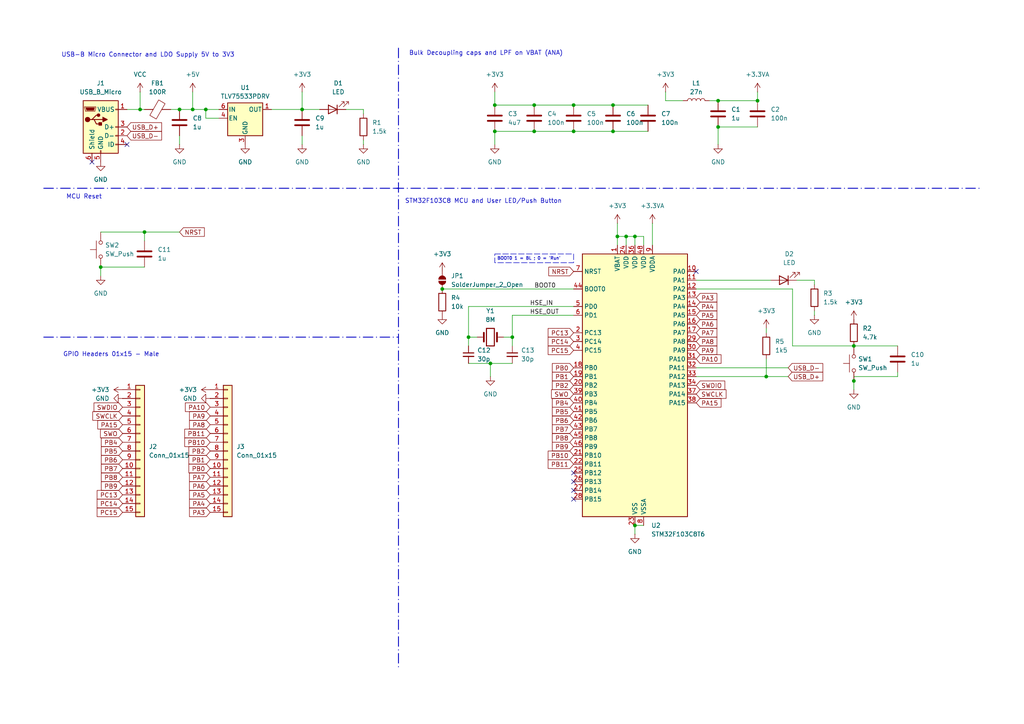
<source format=kicad_sch>
(kicad_sch (version 20231120) (generator "eeschema") (generator_version "8.0")
  (paper "A4")
  (lib_symbols
    (symbol "Connector:USB_B_Micro" (pin_names (offset 1.016))
      (property "Reference" "J" (at -5.08 11.43 0))
      (property "Value" "USB_B_Micro" (at -5.08 8.89 0))
      (symbol "USB_B_Micro_0_1"
        (rectangle (start -5.08 -7.62) (end 5.08 7.62) (stroke (width 0.254)) (fill (type background)))
        (circle (center -3.81 2.159) (radius 0.635) (stroke (width 0.254)) (fill (type outline)))
        (circle (center -0.635 3.429) (radius 0.381) (stroke (width 0.254)) (fill (type outline)))
        (rectangle (start -0.127 -7.62) (end 0.127 -6.858))
        (polyline (pts (xy -1.905 2.159) (xy 0.635 2.159)) (stroke (width 0.254)))
        (polyline (pts (xy -3.175 2.159) (xy -2.54 2.159) (xy -1.27 3.429) (xy -0.635 3.429)) (stroke (width 0.254)))
        (polyline (pts (xy -2.54 2.159) (xy -1.905 2.159) (xy -1.27 0.889) (xy 0 0.889)) (stroke (width 0.254)))
        (polyline (pts (xy 0.635 2.794) (xy 0.635 1.524) (xy 1.905 2.159) (xy 0.635 2.794)) (stroke (width 0.254)) (fill (type outline)))
        (polyline (pts (xy -4.318 5.588) (xy -1.778 5.588) (xy -2.032 4.826) (xy -4.064 4.826) (xy -4.318 5.588)) (fill (type outline)))
        (polyline (pts (xy -4.699 5.842) (xy -4.699 5.588) (xy -4.445 4.826) (xy -4.445 4.572) (xy -1.651 4.572) (xy -1.651 4.826) (xy -1.397 5.588) (xy -1.397 5.842) (xy -4.699 5.842)))
        (rectangle (start 0.254 1.27) (end -0.508 0.508) (stroke (width 0.254)) (fill (type outline)))
        (rectangle (start 5.08 -5.207) (end 4.318 -4.953))
        (rectangle (start 5.08 -2.667) (end 4.318 -2.413))
        (rectangle (start 5.08 -0.127) (end 4.318 0.127))
        (rectangle (start 5.08 4.953) (end 4.318 5.207))
      )
      (symbol "USB_B_Micro_1_1"
        (pin power_out line (at 7.62 5.08 180) (length 2.54) (name "VBUS") (number "1"))
        (pin bidirectional line (at 7.62 -2.54 180) (length 2.54) (name "D-") (number "2"))
        (pin bidirectional line (at 7.62 0 180) (length 2.54) (name "D+") (number "3"))
        (pin passive line (at 7.62 -5.08 180) (length 2.54) (name "ID") (number "4"))
        (pin power_out line (at 0 -10.16 90) (length 2.54) (name "GND") (number "5"))
        (pin passive line (at -2.54 -10.16 90) (length 2.54) (name "Shield") (number "6"))
      )
    )
    (symbol "Connector_Generic:Conn_01x15" (pin_names (offset 1.016) hide)
      (property "Reference" "J" (at 0 20.32 0))
      (property "Value" "Conn_01x15" (at 0 -20.32 0))
      (symbol "Conn_01x15_1_1"
        (rectangle (start -1.27 -17.653) (end 0 -17.907) (stroke (width 0.1524)))
        (rectangle (start -1.27 -15.113) (end 0 -15.367) (stroke (width 0.1524)))
        (rectangle (start -1.27 -12.573) (end 0 -12.827) (stroke (width 0.1524)))
        (rectangle (start -1.27 -10.033) (end 0 -10.287) (stroke (width 0.1524)))
        (rectangle (start -1.27 -7.493) (end 0 -7.747) (stroke (width 0.1524)))
        (rectangle (start -1.27 -4.953) (end 0 -5.207) (stroke (width 0.1524)))
        (rectangle (start -1.27 -2.413) (end 0 -2.667) (stroke (width 0.1524)))
        (rectangle (start -1.27 0.127) (end 0 -0.127) (stroke (width 0.1524)))
        (rectangle (start -1.27 2.667) (end 0 2.413) (stroke (width 0.1524)))
        (rectangle (start -1.27 5.207) (end 0 4.953) (stroke (width 0.1524)))
        (rectangle (start -1.27 7.747) (end 0 7.493) (stroke (width 0.1524)))
        (rectangle (start -1.27 10.287) (end 0 10.033) (stroke (width 0.1524)))
        (rectangle (start -1.27 12.827) (end 0 12.573) (stroke (width 0.1524)))
        (rectangle (start -1.27 15.367) (end 0 15.113) (stroke (width 0.1524)))
        (rectangle (start -1.27 17.907) (end 0 17.653) (stroke (width 0.1524)))
        (rectangle (start -1.27 19.05) (end 1.27 -19.05) (stroke (width 0.254)) (fill (type background)))
        (pin passive line (at -5.08 17.78 0) (length 3.81) (name "Pin_1") (number "1"))
        (pin passive line (at -5.08 -5.08 0) (length 3.81) (name "Pin_10") (number "10"))
        (pin passive line (at -5.08 -7.62 0) (length 3.81) (name "Pin_11") (number "11"))
        (pin passive line (at -5.08 -10.16 0) (length 3.81) (name "Pin_12") (number "12"))
        (pin passive line (at -5.08 -12.7 0) (length 3.81) (name "Pin_13") (number "13"))
        (pin passive line (at -5.08 -15.24 0) (length 3.81) (name "Pin_14") (number "14"))
        (pin passive line (at -5.08 -17.78 0) (length 3.81) (name "Pin_15") (number "15"))
        (pin passive line (at -5.08 15.24 0) (length 3.81) (name "Pin_2") (number "2"))
        (pin passive line (at -5.08 12.7 0) (length 3.81) (name "Pin_3") (number "3"))
        (pin passive line (at -5.08 10.16 0) (length 3.81) (name "Pin_4") (number "4"))
        (pin passive line (at -5.08 7.62 0) (length 3.81) (name "Pin_5") (number "5"))
        (pin passive line (at -5.08 5.08 0) (length 3.81) (name "Pin_6") (number "6"))
        (pin passive line (at -5.08 2.54 0) (length 3.81) (name "Pin_7") (number "7"))
        (pin passive line (at -5.08 0 0) (length 3.81) (name "Pin_8") (number "8"))
        (pin passive line (at -5.08 -2.54 0) (length 3.81) (name "Pin_9") (number "9"))
      )
    )
    (symbol "Device:C" (pin_numbers hide) (pin_names (offset 0.254))
      (property "Reference" "C" (at 0.635 2.54 0))
      (property "Value" "C" (at 0.635 -2.54 0))
      (symbol "C_0_1"
        (polyline (pts (xy -2.032 -0.762) (xy 2.032 -0.762)) (stroke (width 0.508)))
        (polyline (pts (xy -2.032 0.762) (xy 2.032 0.762)) (stroke (width 0.508)))
      )
      (symbol "C_1_1"
        (pin passive line (at 0 3.81 270) (length 2.794) (name "~") (number "1"))
        (pin passive line (at 0 -3.81 90) (length 2.794) (name "~") (number "2"))
      )
    )
    (symbol "Device:C_Small" (pin_numbers hide) (pin_names (offset 0.254) hide)
      (property "Reference" "C" (at 0.254 1.778 0))
      (property "Value" "C_Small" (at 0.254 -2.032 0))
      (symbol "C_Small_0_1"
        (polyline (pts (xy -1.524 -0.508) (xy 1.524 -0.508)) (stroke (width 0.3302)))
        (polyline (pts (xy -1.524 0.508) (xy 1.524 0.508)) (stroke (width 0.3048)))
      )
      (symbol "C_Small_1_1"
        (pin passive line (at 0 2.54 270) (length 2.032) (name "~") (number "1"))
        (pin passive line (at 0 -2.54 90) (length 2.032) (name "~") (number "2"))
      )
    )
    (symbol "Device:Crystal" (pin_numbers hide) (pin_names (offset 1.016) hide)
      (property "Reference" "Y" (at 0 3.81 0))
      (property "Value" "Crystal" (at 0 -3.81 0))
      (symbol "Crystal_0_1"
        (rectangle (start -1.143 2.54) (end 1.143 -2.54) (stroke (width 0.3048)))
        (polyline (pts (xy -2.54 0) (xy -1.905 0)))
        (polyline (pts (xy -1.905 -1.27) (xy -1.905 1.27)) (stroke (width 0.508)))
        (polyline (pts (xy 1.905 -1.27) (xy 1.905 1.27)) (stroke (width 0.508)))
        (polyline (pts (xy 2.54 0) (xy 1.905 0)))
      )
      (symbol "Crystal_1_1"
        (pin passive line (at -3.81 0 0) (length 1.27) (name "1") (number "1"))
        (pin passive line (at 3.81 0 180) (length 1.27) (name "2") (number "2"))
      )
    )
    (symbol "Device:FerriteBead" (pin_numbers hide) (pin_names (offset 0))
      (property "Reference" "FB" (at -3.81 0.635 90))
      (property "Value" "FerriteBead" (at 3.81 0 90))
      (symbol "FerriteBead_0_1"
        (polyline (pts (xy 0 -1.27) (xy 0 -1.2192)))
        (polyline (pts (xy 0 1.27) (xy 0 1.2954)))
        (polyline (pts (xy -2.7686 0.4064) (xy -1.7018 2.2606) (xy 2.7686 -0.3048) (xy 1.6764 -2.159) (xy -2.7686 0.4064)))
      )
      (symbol "FerriteBead_1_1"
        (pin passive line (at 0 3.81 270) (length 2.54) (name "~") (number "1"))
        (pin passive line (at 0 -3.81 90) (length 2.54) (name "~") (number "2"))
      )
    )
    (symbol "Device:L" (pin_numbers hide) (pin_names (offset 1.016) hide)
      (property "Reference" "L" (at -1.27 0 90))
      (property "Value" "L" (at 1.905 0 90))
      (symbol "L_0_1"
        (arc (start 0 -2.54) (mid 0.6323 -1.905) (end 0 -1.27))
        (arc (start 0 -1.27) (mid 0.6323 -0.635) (end 0 0))
        (arc (start 0 0) (mid 0.6323 0.635) (end 0 1.27))
        (arc (start 0 1.27) (mid 0.6323 1.905) (end 0 2.54))
      )
      (symbol "L_1_1"
        (pin passive line (at 0 3.81 270) (length 1.27) (name "1") (number "1"))
        (pin passive line (at 0 -3.81 90) (length 1.27) (name "2") (number "2"))
      )
    )
    (symbol "Device:LED" (pin_numbers hide) (pin_names (offset 1.016) hide)
      (property "Reference" "D" (at 0 2.54 0))
      (property "Value" "LED" (at 0 -2.54 0))
      (symbol "LED_0_1"
        (polyline (pts (xy -1.27 -1.27) (xy -1.27 1.27)) (stroke (width 0.254)))
        (polyline (pts (xy -1.27 0) (xy 1.27 0)))
        (polyline (pts (xy 1.27 -1.27) (xy 1.27 1.27) (xy -1.27 0) (xy 1.27 -1.27)) (stroke (width 0.254)))
        (polyline (pts (xy -3.048 -0.762) (xy -4.572 -2.286) (xy -3.81 -2.286) (xy -4.572 -2.286) (xy -4.572 -1.524)))
        (polyline (pts (xy -1.778 -0.762) (xy -3.302 -2.286) (xy -2.54 -2.286) (xy -3.302 -2.286) (xy -3.302 -1.524)))
      )
      (symbol "LED_1_1"
        (pin passive line (at -3.81 0 0) (length 2.54) (name "K") (number "1"))
        (pin passive line (at 3.81 0 180) (length 2.54) (name "A") (number "2"))
      )
    )
    (symbol "Device:R" (pin_numbers hide) (pin_names (offset 0))
      (property "Reference" "R" (at 2.032 0 90))
      (property "Value" "R" (at 0 0 90))
      (symbol "R_0_1"
        (rectangle (start -1.016 -2.54) (end 1.016 2.54) (stroke (width 0.254)))
      )
      (symbol "R_1_1"
        (pin passive line (at 0 3.81 270) (length 1.27) (name "~") (number "1"))
        (pin passive line (at 0 -3.81 90) (length 1.27) (name "~") (number "2"))
      )
    )
    (symbol "Jumper:SolderJumper_2_Open" (pin_numbers hide) (pin_names (offset 0) hide) (exclude_from_sim yes) (in_bom no)
      (property "Reference" "JP" (at 0 2.032 0))
      (property "Value" "SolderJumper_2_Open" (at 0 -2.54 0))
      (symbol "SolderJumper_2_Open_0_1"
        (arc (start -0.254 1.016) (mid -1.2656 0) (end -0.254 -1.016))
        (arc (start -0.254 1.016) (mid -1.2656 0) (end -0.254 -1.016) (fill (type outline)))
        (polyline (pts (xy -0.254 1.016) (xy -0.254 -1.016)))
        (polyline (pts (xy 0.254 1.016) (xy 0.254 -1.016)))
        (arc (start 0.254 -1.016) (mid 1.2656 0) (end 0.254 1.016))
        (arc (start 0.254 -1.016) (mid 1.2656 0) (end 0.254 1.016) (fill (type outline)))
      )
      (symbol "SolderJumper_2_Open_1_1"
        (pin passive line (at -3.81 0 0) (length 2.54) (name "A") (number "1"))
        (pin passive line (at 3.81 0 180) (length 2.54) (name "B") (number "2"))
      )
    )
    (symbol "MCU_ST_STM32F1:STM32F103C8Tx"
      (property "Reference" "U" (at -15.24 39.37 0))
      (property "Value" "STM32F103C8Tx" (at 7.62 39.37 0))
      (symbol "STM32F103C8Tx_0_1"
        (rectangle (start -15.24 -38.1) (end 15.24 38.1) (stroke (width 0.254)) (fill (type background)))
      )
      (symbol "STM32F103C8Tx_1_1"
        (pin power_in line (at -5.08 40.64 270) (length 2.54) (name "VBAT") (number "1"))
        (pin bidirectional line (at 17.78 33.02 180) (length 2.54) (name "PA0") (number "10"))
        (pin bidirectional line (at 17.78 30.48 180) (length 2.54) (name "PA1") (number "11"))
        (pin bidirectional line (at 17.78 27.94 180) (length 2.54) (name "PA2") (number "12"))
        (pin bidirectional line (at 17.78 25.4 180) (length 2.54) (name "PA3") (number "13"))
        (pin bidirectional line (at 17.78 22.86 180) (length 2.54) (name "PA4") (number "14"))
        (pin bidirectional line (at 17.78 20.32 180) (length 2.54) (name "PA5") (number "15"))
        (pin bidirectional line (at 17.78 17.78 180) (length 2.54) (name "PA6") (number "16"))
        (pin bidirectional line (at 17.78 15.24 180) (length 2.54) (name "PA7") (number "17"))
        (pin bidirectional line (at -17.78 5.08 0) (length 2.54) (name "PB0") (number "18"))
        (pin bidirectional line (at -17.78 2.54 0) (length 2.54) (name "PB1") (number "19"))
        (pin bidirectional line (at -17.78 15.24 0) (length 2.54) (name "PC13") (number "2"))
        (pin bidirectional line (at -17.78 0 0) (length 2.54) (name "PB2") (number "20"))
        (pin bidirectional line (at -17.78 -20.32 0) (length 2.54) (name "PB10") (number "21"))
        (pin bidirectional line (at -17.78 -22.86 0) (length 2.54) (name "PB11") (number "22"))
        (pin power_in line (at 0 -40.64 90) (length 2.54) (name "VSS") (number "23"))
        (pin power_in line (at -2.54 40.64 270) (length 2.54) (name "VDD") (number "24"))
        (pin bidirectional line (at -17.78 -25.4 0) (length 2.54) (name "PB12") (number "25"))
        (pin bidirectional line (at -17.78 -27.94 0) (length 2.54) (name "PB13") (number "26"))
        (pin bidirectional line (at -17.78 -30.48 0) (length 2.54) (name "PB14") (number "27"))
        (pin bidirectional line (at -17.78 -33.02 0) (length 2.54) (name "PB15") (number "28"))
        (pin bidirectional line (at 17.78 12.7 180) (length 2.54) (name "PA8") (number "29"))
        (pin bidirectional line (at -17.78 12.7 0) (length 2.54) (name "PC14") (number "3"))
        (pin bidirectional line (at 17.78 10.16 180) (length 2.54) (name "PA9") (number "30"))
        (pin bidirectional line (at 17.78 7.62 180) (length 2.54) (name "PA10") (number "31"))
        (pin bidirectional line (at 17.78 5.08 180) (length 2.54) (name "PA11") (number "32"))
        (pin bidirectional line (at 17.78 2.54 180) (length 2.54) (name "PA12") (number "33"))
        (pin bidirectional line (at 17.78 0 180) (length 2.54) (name "PA13") (number "34"))
        (pin passive line (at 0 -40.64 90) (length 2.54) hide (name "VSS") (number "35"))
        (pin power_in line (at 0 40.64 270) (length 2.54) (name "VDD") (number "36"))
        (pin bidirectional line (at 17.78 -2.54 180) (length 2.54) (name "PA14") (number "37"))
        (pin bidirectional line (at 17.78 -5.08 180) (length 2.54) (name "PA15") (number "38"))
        (pin bidirectional line (at -17.78 -2.54 0) (length 2.54) (name "PB3") (number "39"))
        (pin bidirectional line (at -17.78 10.16 0) (length 2.54) (name "PC15") (number "4"))
        (pin bidirectional line (at -17.78 -5.08 0) (length 2.54) (name "PB4") (number "40"))
        (pin bidirectional line (at -17.78 -7.62 0) (length 2.54) (name "PB5") (number "41"))
        (pin bidirectional line (at -17.78 -10.16 0) (length 2.54) (name "PB6") (number "42"))
        (pin bidirectional line (at -17.78 -12.7 0) (length 2.54) (name "PB7") (number "43"))
        (pin input line (at -17.78 27.94 0) (length 2.54) (name "BOOT0") (number "44"))
        (pin bidirectional line (at -17.78 -15.24 0) (length 2.54) (name "PB8") (number "45"))
        (pin bidirectional line (at -17.78 -17.78 0) (length 2.54) (name "PB9") (number "46"))
        (pin passive line (at 0 -40.64 90) (length 2.54) hide (name "VSS") (number "47"))
        (pin power_in line (at 2.54 40.64 270) (length 2.54) (name "VDD") (number "48"))
        (pin bidirectional line (at -17.78 22.86 0) (length 2.54) (name "PD0") (number "5"))
        (pin bidirectional line (at -17.78 20.32 0) (length 2.54) (name "PD1") (number "6"))
        (pin input line (at -17.78 33.02 0) (length 2.54) (name "NRST") (number "7"))
        (pin power_in line (at 2.54 -40.64 90) (length 2.54) (name "VSSA") (number "8"))
        (pin power_in line (at 5.08 40.64 270) (length 2.54) (name "VDDA") (number "9"))
      )
    )
    (symbol "Regulator_Linear:TLV75533PDRV" (pin_names (offset 0.254))
      (property "Reference" "U" (at -3.81 5.715 0))
      (property "Value" "TLV75533PDRV" (at 0 5.715 0))
      (symbol "TLV75533PDRV_0_1"
        (rectangle (start -5.08 4.445) (end 5.08 -5.08) (stroke (width 0.254)) (fill (type background)))
      )
      (symbol "TLV75533PDRV_1_1"
        (pin power_out line (at 7.62 2.54 180) (length 2.54) (name "OUT") (number "1"))
        (pin no_connect line (at 5.08 0 180) (length 2.54) hide (name "NC") (number "2"))
        (pin power_in line (at 0 -7.62 90) (length 2.54) (name "GND") (number "3"))
        (pin input line (at -7.62 0 0) (length 2.54) (name "EN") (number "4"))
        (pin no_connect line (at 5.08 -2.54 180) (length 2.54) hide (name "NC") (number "5"))
        (pin power_in line (at -7.62 2.54 0) (length 2.54) (name "IN") (number "6"))
        (pin passive line (at 0 -7.62 90) (length 2.54) hide (name "GND") (number "7"))
      )
    )
    (symbol "Switch:SW_Push" (pin_numbers hide) (pin_names (offset 1.016) hide)
      (property "Reference" "SW" (at 1.27 2.54 0))
      (property "Value" "SW_Push" (at 0 -1.524 0))
      (symbol "SW_Push_0_1"
        (circle (center -2.032 0) (radius 0.508))
        (polyline (pts (xy 0 1.27) (xy 0 3.048)))
        (polyline (pts (xy 2.54 1.27) (xy -2.54 1.27)))
        (circle (center 2.032 0) (radius 0.508))
        (pin passive line (at -5.08 0 0) (length 2.54) (name "1") (number "1"))
        (pin passive line (at 5.08 0 180) (length 2.54) (name "2") (number "2"))
      )
    )
    (symbol "power:+3.3V" (power) (pin_numbers hide) (pin_names (offset 0) hide)
      (property "Value" "+3.3V" (at 0 3.556 0))
      (symbol "+3.3V_0_1"
        (polyline (pts (xy -0.762 1.27) (xy 0 2.54)))
        (polyline (pts (xy 0 0) (xy 0 2.54)))
        (polyline (pts (xy 0 2.54) (xy 0.762 1.27)))
      )
      (symbol "+3.3V_1_1"
        (pin power_in line (at 0 0 90) (length 0) (name "~") (number "1"))
      )
    )
    (symbol "power:+3.3VA" (power) (pin_numbers hide) (pin_names (offset 0) hide)
      (property "Value" "+3.3VA" (at 0 3.556 0))
      (symbol "+3.3VA_0_1"
        (polyline (pts (xy -0.762 1.27) (xy 0 2.54)))
        (polyline (pts (xy 0 0) (xy 0 2.54)))
        (polyline (pts (xy 0 2.54) (xy 0.762 1.27)))
      )
      (symbol "+3.3VA_1_1"
        (pin power_in line (at 0 0 90) (length 0) (name "~") (number "1"))
      )
    )
    (symbol "power:+3V3" (power) (pin_numbers hide) (pin_names (offset 0) hide)
      (property "Value" "+3V3" (at 0 3.556 0))
      (symbol "+3V3_0_1"
        (polyline (pts (xy -0.762 1.27) (xy 0 2.54)))
        (polyline (pts (xy 0 0) (xy 0 2.54)))
        (polyline (pts (xy 0 2.54) (xy 0.762 1.27)))
      )
      (symbol "+3V3_1_1"
        (pin power_in line (at 0 0 90) (length 0) (name "~") (number "1"))
      )
    )
    (symbol "power:+5V" (power) (pin_numbers hide) (pin_names (offset 0) hide)
      (property "Value" "+5V" (at 0 3.556 0))
      (symbol "+5V_0_1"
        (polyline (pts (xy -0.762 1.27) (xy 0 2.54)))
        (polyline (pts (xy 0 0) (xy 0 2.54)))
        (polyline (pts (xy 0 2.54) (xy 0.762 1.27)))
      )
      (symbol "+5V_1_1"
        (pin power_in line (at 0 0 90) (length 0) (name "~") (number "1"))
      )
    )
    (symbol "power:GND" (power) (pin_numbers hide) (pin_names (offset 0) hide)
      (property "Value" "GND" (at 0 -3.81 0))
      (symbol "GND_0_1"
        (polyline (pts (xy 0 0) (xy 0 -1.27) (xy 1.27 -1.27) (xy 0 -2.54) (xy -1.27 -1.27) (xy 0 -1.27)))
      )
      (symbol "GND_1_1"
        (pin power_in line (at 0 0 270) (length 0) (name "~") (number "1"))
      )
    )
    (symbol "power:VCC" (power) (pin_numbers hide) (pin_names (offset 0) hide)
      (property "Value" "VCC" (at 0 3.556 0))
      (symbol "VCC_0_1"
        (polyline (pts (xy -0.762 1.27) (xy 0 2.54)))
        (polyline (pts (xy 0 0) (xy 0 2.54)))
        (polyline (pts (xy 0 2.54) (xy 0.762 1.27)))
      )
      (symbol "VCC_1_1"
        (pin power_in line (at 0 0 90) (length 0) (name "~") (number "1"))
      )
    )
  )
  (junction (at 177.8 38.1))
  (junction (at 166.37 38.1))
  (junction (at 87.63 31.75))
  (junction (at 52.07 31.75))
  (junction (at 184.15 152.4))
  (junction (at 143.51 38.1))
  (junction (at 166.37 30.48))
  (junction (at 40.64 31.75))
  (junction (at 222.25 109.22))
  (junction (at 247.65 110.49))
  (junction (at 41.91 67.31))
  (junction (at 154.94 30.48))
  (junction (at 135.89 97.79))
  (junction (at 55.88 31.75))
  (junction (at 179.07 68.58))
  (junction (at 208.28 29.21))
  (junction (at 142.24 105.41))
  (junction (at 154.94 38.1))
  (junction (at 177.8 30.48))
  (junction (at 247.65 100.33))
  (junction (at 148.59 97.79))
  (junction (at 208.28 36.83))
  (junction (at 128.27 83.82))
  (junction (at 219.71 29.21))
  (junction (at 181.61 68.58))
  (junction (at 59.69 31.75))
  (junction (at 143.51 30.48))
  (junction (at 184.15 68.58))
  (junction (at 29.21 77.47))
  (no_connect (at 166.37 137.16))
  (no_connect (at 166.37 139.7))
  (no_connect (at 166.37 142.24))
  (no_connect (at 201.93 78.74))
  (no_connect (at 36.83 41.91))
  (no_connect (at 166.37 144.78))
  (no_connect (at 26.67 46.99))
  (wire (pts (xy 247.65 110.49) (xy 247.65 113.03)))
  (wire (pts (xy 87.63 26.67) (xy 87.63 31.75)))
  (wire (pts (xy 128.27 85.09) (xy 128.27 83.82)))
  (wire (pts (xy 208.28 36.83) (xy 208.28 41.91)))
  (wire (pts (xy 247.65 100.33) (xy 260.35 100.33)))
  (wire (pts (xy 63.5 34.29) (xy 59.69 34.29)))
  (wire (pts (xy 260.35 109.22) (xy 260.35 107.95)))
  (wire (pts (xy 205.74 29.21) (xy 208.28 29.21)))
  (wire (pts (xy 146.05 97.79) (xy 148.59 97.79)))
  (wire (pts (xy 193.04 26.67) (xy 193.04 29.21)))
  (polyline (pts (xy 12.7 97.79) (xy 115.57 97.79)) (stroke (width 0.254) (type dash_dot)))
  (wire (pts (xy 166.37 38.1) (xy 177.8 38.1)))
  (wire (pts (xy 236.22 90.17) (xy 236.22 91.44)))
  (wire (pts (xy 29.21 67.31) (xy 41.91 67.31)))
  (wire (pts (xy 201.93 106.68) (xy 228.6 106.68)))
  (wire (pts (xy 247.65 110.49) (xy 247.65 109.22)))
  (wire (pts (xy 55.88 31.75) (xy 59.69 31.75)))
  (wire (pts (xy 55.88 26.67) (xy 55.88 31.75)))
  (wire (pts (xy 193.04 29.21) (xy 198.12 29.21)))
  (wire (pts (xy 41.91 67.31) (xy 41.91 69.85)))
  (polyline (pts (xy 115.57 13.97) (xy 115.57 194.31)) (stroke (width 0.254) (type dash_dot)))
  (wire (pts (xy 135.89 105.41) (xy 142.24 105.41)))
  (wire (pts (xy 222.25 104.14) (xy 222.25 109.22)))
  (wire (pts (xy 177.8 30.48) (xy 187.96 30.48)))
  (wire (pts (xy 184.15 68.58) (xy 186.69 68.58)))
  (wire (pts (xy 29.21 77.47) (xy 41.91 77.47)))
  (wire (pts (xy 87.63 41.91) (xy 87.63 39.37)))
  (wire (pts (xy 40.64 31.75) (xy 41.91 31.75)))
  (wire (pts (xy 128.27 78.74) (xy 128.27 77.47)))
  (wire (pts (xy 148.59 91.44) (xy 166.37 91.44)))
  (wire (pts (xy 247.65 109.22) (xy 260.35 109.22)))
  (wire (pts (xy 36.83 31.75) (xy 40.64 31.75)))
  (wire (pts (xy 135.89 97.79) (xy 135.89 100.33)))
  (wire (pts (xy 29.21 77.47) (xy 29.21 80.01)))
  (wire (pts (xy 201.93 109.22) (xy 222.25 109.22)))
  (wire (pts (xy 236.22 81.28) (xy 236.22 82.55)))
  (wire (pts (xy 189.23 64.77) (xy 189.23 71.12)))
  (wire (pts (xy 105.41 40.64) (xy 105.41 41.91)))
  (wire (pts (xy 219.71 26.67) (xy 219.71 29.21)))
  (wire (pts (xy 143.51 38.1) (xy 143.51 41.91)))
  (wire (pts (xy 222.25 109.22) (xy 228.6 109.22)))
  (wire (pts (xy 128.27 83.82) (xy 166.37 83.82)))
  (wire (pts (xy 148.59 100.33) (xy 148.59 97.79)))
  (wire (pts (xy 181.61 68.58) (xy 181.61 71.12)))
  (polyline (pts (xy 114.3 54.61) (xy 284.48 54.61)) (stroke (width 0.254) (type dash_dot)))
  (wire (pts (xy 201.93 81.28) (xy 223.52 81.28)))
  (wire (pts (xy 148.59 97.79) (xy 148.59 91.44)))
  (wire (pts (xy 59.69 31.75) (xy 63.5 31.75)))
  (wire (pts (xy 142.24 105.41) (xy 142.24 109.22)))
  (wire (pts (xy 184.15 152.4) (xy 186.69 152.4)))
  (wire (pts (xy 40.64 26.67) (xy 40.64 31.75)))
  (wire (pts (xy 201.93 83.82) (xy 229.87 83.82)))
  (wire (pts (xy 135.89 97.79) (xy 138.43 97.79)))
  (wire (pts (xy 166.37 30.48) (xy 177.8 30.48)))
  (wire (pts (xy 208.28 29.21) (xy 219.71 29.21)))
  (wire (pts (xy 41.91 67.31) (xy 52.07 67.31)))
  (wire (pts (xy 154.94 30.48) (xy 166.37 30.48)))
  (wire (pts (xy 100.33 31.75) (xy 105.41 31.75)))
  (wire (pts (xy 52.07 41.91) (xy 52.07 39.37)))
  (wire (pts (xy 87.63 31.75) (xy 92.71 31.75)))
  (wire (pts (xy 154.94 38.1) (xy 166.37 38.1)))
  (wire (pts (xy 208.28 36.83) (xy 219.71 36.83)))
  (wire (pts (xy 229.87 83.82) (xy 229.87 100.33)))
  (wire (pts (xy 184.15 68.58) (xy 184.15 71.12)))
  (wire (pts (xy 135.89 88.9) (xy 135.89 97.79)))
  (wire (pts (xy 179.07 68.58) (xy 179.07 71.12)))
  (wire (pts (xy 142.24 105.41) (xy 148.59 105.41)))
  (wire (pts (xy 78.74 31.75) (xy 87.63 31.75)))
  (wire (pts (xy 143.51 30.48) (xy 154.94 30.48)))
  (wire (pts (xy 181.61 68.58) (xy 184.15 68.58)))
  (wire (pts (xy 229.87 100.33) (xy 247.65 100.33)))
  (wire (pts (xy 186.69 68.58) (xy 186.69 71.12)))
  (wire (pts (xy 231.14 81.28) (xy 236.22 81.28)))
  (wire (pts (xy 143.51 38.1) (xy 154.94 38.1)))
  (wire (pts (xy 222.25 95.25) (xy 222.25 96.52)))
  (wire (pts (xy 59.69 31.75) (xy 59.69 34.29)))
  (wire (pts (xy 177.8 38.1) (xy 187.96 38.1)))
  (wire (pts (xy 143.51 26.67) (xy 143.51 30.48)))
  (wire (pts (xy 105.41 31.75) (xy 105.41 33.02)))
  (wire (pts (xy 179.07 68.58) (xy 181.61 68.58)))
  (wire (pts (xy 179.07 64.77) (xy 179.07 68.58)))
  (polyline (pts (xy 12.7 54.61) (xy 115.57 54.61)) (stroke (width 0.254) (type dash_dot)))
  (wire (pts (xy 135.89 88.9) (xy 166.37 88.9)))
  (wire (pts (xy 184.15 152.4) (xy 184.15 154.94)))
  (wire (pts (xy 52.07 31.75) (xy 55.88 31.75)))
  (wire (pts (xy 49.53 31.75) (xy 52.07 31.75)))
  (text_box "BOOT0 1 = BL ; 0 = 'Run'" (at 143.51 73.66 0) (size 22.86 2.54) (stroke (width 0) (type dash)) (effects (font (size 0.889 0.889)) (justify left top)))
  (text "Bulk Decoupling caps and LPF on VBAT (ANA)\n" (at 140.97 15.494 0) (effects (font (size 1.27 1.27))))
  (text "STM32F103C8 MCU and User LED/Push Button" (at 140.208 58.42 0) (effects (font (size 1.27 1.27))))
  (text "GPIO Headers 01x15 - Male\n" (at 32.258 102.87 0) (effects (font (size 1.27 1.27))))
  (text "MCU Reset\n" (at 24.384 57.15 0) (effects (font (size 1.27 1.27))))
  (text "USB-B Micro Connector and LDO Supply 5V to 3V3" (at 42.926 16.002 0) (effects (font (size 1.27 1.27))))
  (label "HSE_IN" (at 153.67 88.9 0))
  (label "HSE_OUT" (at 153.67 91.44 0))
  (label "BOOT0" (at 154.94 83.82 0))
  (global_label "PA9" (shape input) (at 60.96 120.65 180) (property "Intersheetrefs" "${INTERSHEET_REFS}" (effects (hide yes))))
  (global_label "PB2" (shape input) (at 166.37 111.76 180) (property "Intersheetrefs" "${INTERSHEET_REFS}" (effects (hide yes))))
  (global_label "PB4" (shape input) (at 35.56 128.27 180) (property "Intersheetrefs" "${INTERSHEET_REFS}" (effects (hide yes))))
  (global_label "PB9" (shape input) (at 166.37 129.54 180) (property "Intersheetrefs" "${INTERSHEET_REFS}" (effects (hide yes))))
  (global_label "PA4" (shape input) (at 60.96 146.05 180) (property "Intersheetrefs" "${INTERSHEET_REFS}" (effects (hide yes))))
  (global_label "PA9" (shape input) (at 201.93 101.6 0) (property "Intersheetrefs" "${INTERSHEET_REFS}" (effects (hide yes))))
  (global_label "PA6" (shape input) (at 201.93 93.98 0) (property "Intersheetrefs" "${INTERSHEET_REFS}" (effects (hide yes))))
  (global_label "PC15" (shape input) (at 166.37 101.6 180) (property "Intersheetrefs" "${INTERSHEET_REFS}" (effects (hide yes))))
  (global_label "PB10" (shape input) (at 166.37 132.08 180) (property "Intersheetrefs" "${INTERSHEET_REFS}" (effects (hide yes))))
  (global_label "PB11" (shape input) (at 60.96 125.73 180) (property "Intersheetrefs" "${INTERSHEET_REFS}" (effects (hide yes))))
  (global_label "PB2" (shape input) (at 60.96 130.81 180) (property "Intersheetrefs" "${INTERSHEET_REFS}" (effects (hide yes))))
  (global_label "PA3" (shape input) (at 201.93 86.36 0) (property "Intersheetrefs" "${INTERSHEET_REFS}" (effects (hide yes))))
  (global_label "USB_D+" (shape input) (at 228.6 109.22 0) (property "Intersheetrefs" "${INTERSHEET_REFS}" (effects (hide yes))))
  (global_label "NRST" (shape input) (at 166.37 78.74 180) (property "Intersheetrefs" "${INTERSHEET_REFS}" (effects (hide yes))))
  (global_label "PB7" (shape input) (at 166.37 124.46 180) (property "Intersheetrefs" "${INTERSHEET_REFS}" (effects (hide yes))))
  (global_label "USB_D-" (shape input) (at 228.6 106.68 0) (property "Intersheetrefs" "${INTERSHEET_REFS}" (effects (hide yes))))
  (global_label "PA7" (shape input) (at 201.93 96.52 0) (property "Intersheetrefs" "${INTERSHEET_REFS}" (effects (hide yes))))
  (global_label "PB5" (shape input) (at 35.56 130.81 180) (property "Intersheetrefs" "${INTERSHEET_REFS}" (effects (hide yes))))
  (global_label "PB8" (shape input) (at 166.37 127 180) (property "Intersheetrefs" "${INTERSHEET_REFS}" (effects (hide yes))))
  (global_label "PA10" (shape input) (at 60.96 118.11 180) (property "Intersheetrefs" "${INTERSHEET_REFS}" (effects (hide yes))))
  (global_label "PA10" (shape input) (at 201.93 104.14 0) (property "Intersheetrefs" "${INTERSHEET_REFS}" (effects (hide yes))))
  (global_label "SWDIO" (shape input) (at 201.93 111.76 0) (property "Intersheetrefs" "${INTERSHEET_REFS}" (effects (hide yes))))
  (global_label "USB_D+" (shape input) (at 36.83 36.83 0) (property "Intersheetrefs" "${INTERSHEET_REFS}" (effects (hide yes))))
  (global_label "PB0" (shape input) (at 60.96 135.89 180) (property "Intersheetrefs" "${INTERSHEET_REFS}" (effects (hide yes))))
  (global_label "SWO" (shape input) (at 35.56 125.73 180) (property "Intersheetrefs" "${INTERSHEET_REFS}" (effects (hide yes))))
  (global_label "SWCLK" (shape input) (at 35.56 120.65 180) (property "Intersheetrefs" "${INTERSHEET_REFS}" (effects (hide yes))))
  (global_label "PC15" (shape input) (at 35.56 148.59 180) (property "Intersheetrefs" "${INTERSHEET_REFS}" (effects (hide yes))))
  (global_label "PC14" (shape input) (at 35.56 146.05 180) (property "Intersheetrefs" "${INTERSHEET_REFS}" (effects (hide yes))))
  (global_label "PB1" (shape input) (at 166.37 109.22 180) (property "Intersheetrefs" "${INTERSHEET_REFS}" (effects (hide yes))))
  (global_label "PA8" (shape input) (at 201.93 99.06 0) (property "Intersheetrefs" "${INTERSHEET_REFS}" (effects (hide yes))))
  (global_label "PB6" (shape input) (at 166.37 121.92 180) (property "Intersheetrefs" "${INTERSHEET_REFS}" (effects (hide yes))))
  (global_label "PA5" (shape input) (at 201.93 91.44 0) (property "Intersheetrefs" "${INTERSHEET_REFS}" (effects (hide yes))))
  (global_label "SWCLK" (shape input) (at 201.93 114.3 0) (property "Intersheetrefs" "${INTERSHEET_REFS}" (effects (hide yes))))
  (global_label "SWO" (shape input) (at 166.37 114.3 180) (property "Intersheetrefs" "${INTERSHEET_REFS}" (effects (hide yes))))
  (global_label "PB9" (shape input) (at 35.56 140.97 180) (property "Intersheetrefs" "${INTERSHEET_REFS}" (effects (hide yes))))
  (global_label "PC14" (shape input) (at 166.37 99.06 180) (property "Intersheetrefs" "${INTERSHEET_REFS}" (effects (hide yes))))
  (global_label "PA5" (shape input) (at 60.96 143.51 180) (property "Intersheetrefs" "${INTERSHEET_REFS}" (effects (hide yes))))
  (global_label "PC13" (shape input) (at 35.56 143.51 180) (property "Intersheetrefs" "${INTERSHEET_REFS}" (effects (hide yes))))
  (global_label "PB6" (shape input) (at 35.56 133.35 180) (property "Intersheetrefs" "${INTERSHEET_REFS}" (effects (hide yes))))
  (global_label "PA3" (shape input) (at 60.96 148.59 180) (property "Intersheetrefs" "${INTERSHEET_REFS}" (effects (hide yes))))
  (global_label "PA8" (shape input) (at 60.96 123.19 180) (property "Intersheetrefs" "${INTERSHEET_REFS}" (effects (hide yes))))
  (global_label "PA15" (shape input) (at 201.93 116.84 0) (property "Intersheetrefs" "${INTERSHEET_REFS}" (effects (hide yes))))
  (global_label "PB10" (shape input) (at 60.96 128.27 180) (property "Intersheetrefs" "${INTERSHEET_REFS}" (effects (hide yes))))
  (global_label "PB11" (shape input) (at 166.37 134.62 180) (property "Intersheetrefs" "${INTERSHEET_REFS}" (effects (hide yes))))
  (global_label "PC13" (shape input) (at 166.37 96.52 180) (property "Intersheetrefs" "${INTERSHEET_REFS}" (effects (hide yes))))
  (global_label "PB1" (shape input) (at 60.96 133.35 180) (property "Intersheetrefs" "${INTERSHEET_REFS}" (effects (hide yes))))
  (global_label "PB8" (shape input) (at 35.56 138.43 180) (property "Intersheetrefs" "${INTERSHEET_REFS}" (effects (hide yes))))
  (global_label "PB0" (shape input) (at 166.37 106.68 180) (property "Intersheetrefs" "${INTERSHEET_REFS}" (effects (hide yes))))
  (global_label "PA6" (shape input) (at 60.96 140.97 180) (property "Intersheetrefs" "${INTERSHEET_REFS}" (effects (hide yes))))
  (global_label "PA15" (shape input) (at 35.56 123.19 180) (property "Intersheetrefs" "${INTERSHEET_REFS}" (effects (hide yes))))
  (global_label "USB_D-" (shape input) (at 36.83 39.37 0) (property "Intersheetrefs" "${INTERSHEET_REFS}" (effects (hide yes))))
  (global_label "SWDIO" (shape input) (at 35.56 118.11 180) (property "Intersheetrefs" "${INTERSHEET_REFS}" (effects (hide yes))))
  (global_label "PB5" (shape input) (at 166.37 119.38 180) (property "Intersheetrefs" "${INTERSHEET_REFS}" (effects (hide yes))))
  (global_label "NRST" (shape input) (at 52.07 67.31 0) (property "Intersheetrefs" "${INTERSHEET_REFS}" (effects (hide yes))))
  (global_label "PA4" (shape input) (at 201.93 88.9 0) (property "Intersheetrefs" "${INTERSHEET_REFS}" (effects (hide yes))))
  (global_label "PA7" (shape input) (at 60.96 138.43 180) (property "Intersheetrefs" "${INTERSHEET_REFS}" (effects (hide yes))))
  (global_label "PB4" (shape input) (at 166.37 116.84 180) (property "Intersheetrefs" "${INTERSHEET_REFS}" (effects (hide yes))))
  (global_label "PB7" (shape input) (at 35.56 135.89 180) (property "Intersheetrefs" "${INTERSHEET_REFS}" (effects (hide yes))))
  (symbol (lib_id "power:+5V") (at 55.88 26.67 0) (unit 1)
    (property "Reference" "#PWR05" (effects (hide yes)))
    (property "Value" "+5V" (at 55.88 21.59 0))
    (property "Description" "Power symbol creates a global label with name \"+5V\"" (effects (hide yes)))
  )
  (symbol (lib_id "Connector_Generic:Conn_01x15") (at 40.64 130.81 0) (unit 1)
    (property "Reference" "J2" (at 43.18 129.5399 0) (effects (justify left)))
    (property "Value" "Conn_01x15" (at 43.18 132.0799 0) (effects (justify left)))
    (property "Footprint" "Connector_PinHeader_2.54mm:PinHeader_1x15_P2.54mm_Vertical" (effects (hide yes)))
    (property "Description" "Generic connector, single row, 01x15, script generated (kicad-library-utils/schlib/autogen/connector/)" (effects (hide yes)))
  )
  (symbol (lib_id "Device:R") (at 222.25 100.33 0) (unit 1)
    (property "Reference" "R5" (at 224.79 99.0599 0) (effects (justify left)))
    (property "Value" "1k5" (at 224.79 101.5999 0) (effects (justify left)))
    (property "Footprint" "Resistor_SMD:R_0402_1005Metric" (effects (hide yes)))
    (property "Description" "Resistor" (effects (hide yes)))
  )
  (symbol (lib_id "Device:R") (at 105.41 36.83 0) (unit 1)
    (property "Reference" "R1" (at 107.95 35.5599 0) (effects (justify left)))
    (property "Value" "1.5k" (at 107.95 38.0999 0) (effects (justify left)))
    (property "Footprint" "Resistor_SMD:R_0603_1608Metric" (effects (hide yes)))
    (property "Description" "Resistor" (effects (hide yes)))
  )
  (symbol (lib_id "Connector:USB_B_Micro") (at 29.21 36.83 0) (unit 1)
    (property "Reference" "J1" (at 29.21 24.13 0))
    (property "Value" "USB_B_Micro" (at 29.21 26.67 0))
    (property "Footprint" "Connector_USB:USB_Micro-B_Wuerth_629105150521" (effects (hide yes)))
    (property "Description" "USB Micro Type B connector" (effects (hide yes)))
  )
  (symbol (lib_id "Connector_Generic:Conn_01x15") (at 66.04 130.81 0) (unit 1)
    (property "Reference" "J3" (at 68.58 129.5399 0) (effects (justify left)))
    (property "Value" "Conn_01x15" (at 68.58 132.0799 0) (effects (justify left)))
    (property "Footprint" "Connector_PinHeader_2.54mm:PinHeader_1x15_P2.54mm_Vertical" (effects (hide yes)))
    (property "Description" "Generic connector, single row, 01x15, script generated (kicad-library-utils/schlib/autogen/connector/)" (effects (hide yes)))
  )
  (symbol (lib_id "Device:C") (at 219.71 33.02 0) (unit 1)
    (property "Reference" "C2" (at 223.52 31.7499 0) (effects (justify left)))
    (property "Value" "100n" (at 223.52 34.2899 0) (effects (justify left)))
    (property "Footprint" "Capacitor_SMD:C_0402_1005Metric" (effects (hide yes)))
    (property "Description" "Unpolarized capacitor" (effects (hide yes)))
  )
  (symbol (lib_id "power:GND") (at 143.51 41.91 0) (unit 1)
    (property "Reference" "#PWR07" (effects (hide yes)))
    (property "Value" "GND" (at 143.51 46.99 0))
    (property "Description" "Power symbol creates a global label with name \"GND\" , ground" (effects (hide yes)))
  )
  (symbol (lib_id "Device:FerriteBead") (at 45.72 31.75 90) (unit 1)
    (property "Reference" "FB1" (at 45.6692 24.13 90))
    (property "Value" "100R" (at 45.6692 26.67 90))
    (property "Footprint" "Inductor_SMD:L_0805_2012Metric" (effects (hide yes)))
    (property "Description" "Ferrite bead" (effects (hide yes)))
  )
  (symbol (lib_id "power:GND") (at 29.21 46.99 0) (unit 1)
    (property "Reference" "#PWR016" (effects (hide yes)))
    (property "Value" "GND" (at 29.21 52.07 0))
    (property "Description" "Power symbol creates a global label with name \"GND\" , ground" (effects (hide yes)))
  )
  (symbol (lib_id "power:GND") (at 35.56 115.57 270) (unit 1)
    (property "Reference" "#PWR026" (effects (hide yes)))
    (property "Value" "GND" (at 31.75 115.5699 90) (effects (justify right)))
    (property "Description" "Power symbol creates a global label with name \"GND\" , ground" (effects (hide yes)))
  )
  (symbol (lib_id "Device:LED") (at 96.52 31.75 180) (unit 1)
    (property "Reference" "D1" (at 98.1075 24.13 0))
    (property "Value" "LED" (at 98.1075 26.67 0))
    (property "Footprint" "LED_SMD:LED_0603_1608Metric" (effects (hide yes)))
    (property "Description" "Light emitting diode" (effects (hide yes)))
  )
  (symbol (lib_id "power:GND") (at 184.15 154.94 0) (unit 1)
    (property "Reference" "#PWR028" (effects (hide yes)))
    (property "Value" "GND" (at 184.15 160.02 0))
    (property "Description" "Power symbol creates a global label with name \"GND\" , ground" (effects (hide yes)))
  )
  (symbol (lib_id "power:GND") (at 60.96 115.57 270) (unit 1)
    (property "Reference" "#PWR027" (effects (hide yes)))
    (property "Value" "GND" (at 57.15 115.5699 90) (effects (justify right)))
    (property "Description" "Power symbol creates a global label with name \"GND\" , ground" (effects (hide yes)))
  )
  (symbol (lib_id "power:+3.3VA") (at 189.23 64.77 0) (unit 1)
    (property "Reference" "#PWR010" (effects (hide yes)))
    (property "Value" "+3.3VA" (at 189.23 59.69 0))
    (property "Description" "Power symbol creates a global label with name \"+3.3VA\"" (effects (hide yes)))
  )
  (symbol (lib_id "Device:C") (at 52.07 35.56 0) (unit 1)
    (property "Reference" "C8" (at 55.88 34.2899 0) (effects (justify left)))
    (property "Value" "1u" (at 55.88 36.8299 0) (effects (justify left)))
    (property "Footprint" "Capacitor_SMD:C_0603_1608Metric" (effects (hide yes)))
    (property "Description" "Unpolarized capacitor" (effects (hide yes)))
  )
  (symbol (lib_id "Device:R") (at 236.22 86.36 0) (unit 1)
    (property "Reference" "R3" (at 238.76 85.0899 0) (effects (justify left)))
    (property "Value" "1.5k" (at 238.76 87.6299 0) (effects (justify left)))
    (property "Footprint" "Resistor_SMD:R_0402_1005Metric" (effects (hide yes)))
    (property "Description" "Resistor" (effects (hide yes)))
  )
  (symbol (lib_id "Device:C") (at 143.51 34.29 0) (unit 1)
    (property "Reference" "C3" (at 147.32 33.0199 0) (effects (justify left)))
    (property "Value" "4u7" (at 147.32 35.5599 0) (effects (justify left)))
    (property "Footprint" "Capacitor_SMD:C_0603_1608Metric" (effects (hide yes)))
    (property "Description" "Unpolarized capacitor" (effects (hide yes)))
  )
  (symbol (lib_id "Device:C") (at 41.91 73.66 0) (unit 1)
    (property "Reference" "C11" (at 45.72 72.3899 0) (effects (justify left)))
    (property "Value" "1u" (at 45.72 74.9299 0) (effects (justify left)))
    (property "Footprint" "Capacitor_SMD:C_0603_1608Metric" (effects (hide yes)))
    (property "Description" "Unpolarized capacitor" (effects (hide yes)))
  )
  (symbol (lib_id "Device:L") (at 201.93 29.21 90) (unit 1)
    (property "Reference" "L1" (at 201.93 24.13 90))
    (property "Value" "27n" (at 201.93 26.67 90))
    (property "Footprint" "Inductor_SMD:L_0201_0603Metric" (effects (hide yes)))
    (property "Description" "Inductor" (effects (hide yes)))
  )
  (symbol (lib_id "power:VCC") (at 40.64 26.67 0) (unit 1)
    (property "Reference" "#PWR04" (effects (hide yes)))
    (property "Value" "VCC" (at 40.64 21.59 0))
    (property "Description" "Power symbol creates a global label with name \"VCC\"" (effects (hide yes)))
  )
  (symbol (lib_id "MCU_ST_STM32F1:STM32F103C8Tx") (at 184.15 111.76 0) (unit 1)
    (property "Reference" "U2" (at 188.8841 152.4 0) (effects (justify left)))
    (property "Value" "STM32F103C8T6" (at 188.8841 154.94 0) (effects (justify left)))
    (property "Footprint" "Package_QFP:LQFP-48_7x7mm_P0.5mm" (effects (hide yes)))
    (property "Datasheet" "https://www.st.com/resource/en/datasheet/stm32f103c8.pdf" (effects (hide yes)))
    (property "Description" "STMicroelectronics Arm Cortex-M3 MCU, 64KB flash, 20KB RAM, 72 MHz, 2.0-3.6V, 37 GPIO, LQFP48" (effects (hide yes)))
  )
  (symbol (lib_id "Device:LED") (at 227.33 81.28 180) (unit 1)
    (property "Reference" "D2" (at 228.9175 73.66 0))
    (property "Value" "LED" (at 228.9175 76.2 0))
    (property "Footprint" "LED_SMD:LED_0603_1608Metric" (effects (hide yes)))
    (property "Description" "Light emitting diode" (effects (hide yes)))
  )
  (symbol (lib_id "Switch:SW_Push") (at 247.65 105.41 90) (unit 1)
    (property "Reference" "SW1" (at 248.92 104.1399 90) (effects (justify right)))
    (property "Value" "SW_Push" (at 248.92 106.6799 90) (effects (justify right)))
    (property "Footprint" "Button_Switch_SMD:SW_Push_SPST_NO_Alps_SKRK" (effects (hide yes)))
    (property "Description" "Push button switch, generic, two pins" (effects (hide yes)))
  )
  (symbol (lib_id "Device:R") (at 247.65 96.52 0) (unit 1)
    (property "Reference" "R2" (at 250.19 95.2499 0) (effects (justify left)))
    (property "Value" "4.7k" (at 250.19 97.7899 0) (effects (justify left)))
    (property "Footprint" "Resistor_SMD:R_0201_0603Metric" (effects (hide yes)))
    (property "Description" "Resistor" (effects (hide yes)))
  )
  (symbol (lib_id "power:GND") (at 128.27 91.44 0) (unit 1)
    (property "Reference" "#PWR018" (effects (hide yes)))
    (property "Value" "GND" (at 128.27 96.52 0))
    (property "Description" "Power symbol creates a global label with name \"GND\" , ground" (effects (hide yes)))
  )
  (symbol (lib_id "power:+3.3V") (at 193.04 26.67 0) (unit 1)
    (property "Reference" "#PWR02" (effects (hide yes)))
    (property "Value" "+3V3" (at 193.04 21.59 0))
    (property "Description" "Power symbol creates a global label with name \"+3.3V\"" (effects (hide yes)))
  )
  (symbol (lib_id "power:+3V3") (at 247.65 92.71 0) (unit 1)
    (property "Reference" "#PWR011" (effects (hide yes)))
    (property "Value" "+3V3" (at 247.65 87.63 0))
    (property "Description" "Power symbol creates a global label with name \"+3V3\"" (effects (hide yes)))
  )
  (symbol (lib_id "power:GND") (at 52.07 41.91 0) (unit 1)
    (property "Reference" "#PWR012" (effects (hide yes)))
    (property "Value" "GND" (at 52.07 46.99 0))
    (property "Description" "Power symbol creates a global label with name \"GND\" , ground" (effects (hide yes)))
  )
  (symbol (lib_id "power:+3V3") (at 87.63 26.67 0) (unit 1)
    (property "Reference" "#PWR06" (effects (hide yes)))
    (property "Value" "+3V3" (at 87.63 21.59 0))
    (property "Description" "Power symbol creates a global label with name \"+3V3\"" (effects (hide yes)))
  )
  (symbol (lib_id "Device:R") (at 128.27 87.63 0) (unit 1)
    (property "Reference" "R4" (at 130.81 86.3599 0) (effects (justify left)))
    (property "Value" "10k" (at 130.81 88.8999 0) (effects (justify left)))
    (property "Footprint" "Resistor_SMD:R_0402_1005Metric" (effects (hide yes)))
    (property "Description" "Resistor" (effects (hide yes)))
  )
  (symbol (lib_id "power:+3.3VA") (at 219.71 26.67 0) (unit 1)
    (property "Reference" "#PWR03" (effects (hide yes)))
    (property "Value" "+3.3VA" (at 219.71 21.59 0))
    (property "Description" "Power symbol creates a global label with name \"+3.3VA\"" (effects (hide yes)))
  )
  (symbol (lib_id "power:+3V3") (at 128.27 78.74 0) (unit 1)
    (property "Reference" "#PWR017" (effects (hide yes)))
    (property "Value" "+3V3" (at 128.27 73.66 0))
    (property "Description" "Power symbol creates a global label with name \"+3V3\"" (effects (hide yes)))
  )
  (symbol (lib_id "power:GND") (at 208.28 41.91 0) (unit 1)
    (property "Reference" "#PWR08" (effects (hide yes)))
    (property "Value" "GND" (at 208.28 46.99 0))
    (property "Description" "Power symbol creates a global label with name \"GND\" , ground" (effects (hide yes)))
  )
  (symbol (lib_id "power:+3V3") (at 179.07 64.77 0) (unit 1)
    (property "Reference" "#PWR09" (effects (hide yes)))
    (property "Value" "+3V3" (at 179.07 59.69 0))
    (property "Description" "Power symbol creates a global label with name \"+3V3\"" (effects (hide yes)))
  )
  (symbol (lib_id "power:+3.3V") (at 143.51 26.67 0) (unit 1)
    (property "Reference" "#PWR01" (effects (hide yes)))
    (property "Value" "+3V3" (at 143.51 21.59 0))
    (property "Description" "Power symbol creates a global label with name \"+3.3V\"" (effects (hide yes)))
  )
  (symbol (lib_id "power:+3V3") (at 35.56 113.03 90) (unit 1)
    (property "Reference" "#PWR024" (effects (hide yes)))
    (property "Value" "+3V3" (at 31.75 113.0299 90) (effects (justify left)))
    (property "Description" "Power symbol creates a global label with name \"+3V3\"" (effects (hide yes)))
  )
  (symbol (lib_id "Device:C") (at 187.96 34.29 0) (unit 1)
    (property "Reference" "C7" (at 191.77 33.0199 0) (effects (justify left)))
    (property "Value" "100n" (at 191.77 35.5599 0) (effects (justify left)))
    (property "Footprint" "Capacitor_SMD:C_0402_1005Metric" (effects (hide yes)))
    (property "Description" "Unpolarized capacitor" (effects (hide yes)))
  )
  (symbol (lib_id "Jumper:SolderJumper_2_Open") (at 128.27 81.28 90) (unit 1) (exclude_from_sim yes) (in_bom no)
    (property "Reference" "JP1" (at 130.81 80.0099 90) (effects (justify right)))
    (property "Value" "SolderJumper_2_Open" (at 130.81 82.5499 90) (effects (justify right)))
    (property "Footprint" "Jumper:SolderJumper-2_P1.3mm_Open_Pad1.0x1.5mm" (effects (hide yes)))
    (property "Description" "Solder Jumper, 2-pole, open" (effects (hide yes)))
  )
  (symbol (lib_id "power:GND") (at 87.63 41.91 0) (unit 1)
    (property "Reference" "#PWR014" (effects (hide yes)))
    (property "Value" "GND" (at 87.63 46.99 0))
    (property "Description" "Power symbol creates a global label with name \"GND\" , ground" (effects (hide yes)))
  )
  (symbol (lib_id "Device:C_Small") (at 148.59 102.87 0) (unit 1)
    (property "Reference" "C13" (at 151.13 101.6062 0) (effects (justify left)))
    (property "Value" "30p" (at 151.13 104.1462 0) (effects (justify left)))
    (property "Footprint" "Capacitor_SMD:C_0402_1005Metric" (effects (hide yes)))
    (property "Description" "Unpolarized capacitor, small symbol" (effects (hide yes)))
  )
  (symbol (lib_id "Device:C") (at 177.8 34.29 0) (unit 1)
    (property "Reference" "C6" (at 181.61 33.0199 0) (effects (justify left)))
    (property "Value" "100n" (at 181.61 35.5599 0) (effects (justify left)))
    (property "Footprint" "Capacitor_SMD:C_0402_1005Metric" (effects (hide yes)))
    (property "Description" "Unpolarized capacitor" (effects (hide yes)))
  )
  (symbol (lib_id "power:GND") (at 142.24 109.22 0) (unit 1)
    (property "Reference" "#PWR023" (effects (hide yes)))
    (property "Value" "GND" (at 142.24 114.3 0))
    (property "Description" "Power symbol creates a global label with name \"GND\" , ground" (effects (hide yes)))
  )
  (symbol (lib_id "power:+3V3") (at 222.25 95.25 0) (unit 1)
    (property "Reference" "#PWR021" (effects (hide yes)))
    (property "Value" "+3V3" (at 222.25 90.17 0))
    (property "Description" "Power symbol creates a global label with name \"+3V3\"" (effects (hide yes)))
  )
  (symbol (lib_id "Device:C") (at 166.37 34.29 0) (unit 1)
    (property "Reference" "C5" (at 170.18 33.0199 0) (effects (justify left)))
    (property "Value" "100n" (at 170.18 35.5599 0) (effects (justify left)))
    (property "Footprint" "Capacitor_SMD:C_0402_1005Metric" (effects (hide yes)))
    (property "Description" "Unpolarized capacitor" (effects (hide yes)))
  )
  (symbol (lib_id "Device:C") (at 260.35 104.14 0) (unit 1)
    (property "Reference" "C10" (at 264.16 102.8699 0) (effects (justify left)))
    (property "Value" "1u" (at 264.16 105.4099 0) (effects (justify left)))
    (property "Footprint" "Capacitor_SMD:C_0603_1608Metric" (effects (hide yes)))
    (property "Description" "Unpolarized capacitor" (effects (hide yes)))
  )
  (symbol (lib_id "Device:C") (at 87.63 35.56 0) (unit 1)
    (property "Reference" "C9" (at 91.44 34.2899 0) (effects (justify left)))
    (property "Value" "1u" (at 91.44 36.8299 0) (effects (justify left)))
    (property "Footprint" "Capacitor_SMD:C_0603_1608Metric" (effects (hide yes)))
    (property "Description" "Unpolarized capacitor" (effects (hide yes)))
  )
  (symbol (lib_id "power:GND") (at 105.41 41.91 0) (unit 1)
    (property "Reference" "#PWR015" (effects (hide yes)))
    (property "Value" "GND" (at 105.41 46.99 0))
    (property "Description" "Power symbol creates a global label with name \"GND\" , ground" (effects (hide yes)))
  )
  (symbol (lib_id "Device:C") (at 154.94 34.29 0) (unit 1)
    (property "Reference" "C4" (at 158.75 33.0199 0) (effects (justify left)))
    (property "Value" "100n" (at 158.75 35.5599 0) (effects (justify left)))
    (property "Footprint" "Capacitor_SMD:C_0402_1005Metric" (effects (hide yes)))
    (property "Description" "Unpolarized capacitor" (effects (hide yes)))
  )
  (symbol (lib_id "power:GND") (at 71.12 41.91 0) (unit 1)
    (property "Reference" "#PWR013" (effects (hide yes)))
    (property "Value" "GND" (at 71.12 46.99 0))
    (property "Description" "Power symbol creates a global label with name \"GND\" , ground" (effects (hide yes)))
  )
  (symbol (lib_id "power:GND") (at 247.65 113.03 0) (unit 1)
    (property "Reference" "#PWR020" (effects (hide yes)))
    (property "Value" "GND" (at 247.65 118.11 0))
    (property "Description" "Power symbol creates a global label with name \"GND\" , ground" (effects (hide yes)))
  )
  (symbol (lib_id "power:+3V3") (at 60.96 113.03 90) (unit 1)
    (property "Reference" "#PWR025" (effects (hide yes)))
    (property "Value" "+3V3" (at 57.15 113.0299 90) (effects (justify left)))
    (property "Description" "Power symbol creates a global label with name \"+3V3\"" (effects (hide yes)))
  )
  (symbol (lib_id "power:GND") (at 236.22 91.44 0) (unit 1)
    (property "Reference" "#PWR019" (effects (hide yes)))
    (property "Value" "GND" (at 236.22 96.52 0))
    (property "Description" "Power symbol creates a global label with name \"GND\" , ground" (effects (hide yes)))
  )
  (symbol (lib_id "Switch:SW_Push") (at 29.21 72.39 90) (unit 1)
    (property "Reference" "SW2" (at 30.48 71.1199 90) (effects (justify right)))
    (property "Value" "SW_Push" (at 30.48 73.6599 90) (effects (justify right)))
    (property "Footprint" "Button_Switch_SMD:SW_Push_SPST_NO_Alps_SKRK" (effects (hide yes)))
    (property "Description" "Push button switch, generic, two pins" (effects (hide yes)))
  )
  (symbol (lib_id "power:GND") (at 29.21 80.01 0) (unit 1)
    (property "Reference" "#PWR022" (effects (hide yes)))
    (property "Value" "GND" (at 29.21 85.09 0))
    (property "Description" "Power symbol creates a global label with name \"GND\" , ground" (effects (hide yes)))
  )
  (symbol (lib_id "Device:Crystal") (at 142.24 97.79 0) (unit 1)
    (property "Reference" "Y1" (at 142.24 90.17 0))
    (property "Value" "8M" (at 142.24 92.71 0))
    (property "Footprint" "Crystal:Crystal_SMD_5032-2Pin_5.0x3.2mm" (effects (hide yes)))
    (property "Description" "Two pin crystal" (effects (hide yes)))
  )
  (symbol (lib_id "Regulator_Linear:TLV75533PDRV") (at 71.12 34.29 0) (unit 1)
    (property "Reference" "U1" (at 71.12 25.4 0))
    (property "Value" "TLV75533PDRV" (at 71.12 27.94 0))
    (property "Footprint" "Package_SON:WSON-6-1EP_2x2mm_P0.65mm_EP1x1.6mm" (effects (hide yes)))
    (property "Datasheet" "http://www.ti.com/lit/ds/symlink/tlv755p.pdf" (effects (hide yes)))
    (property "Description" "500mA Low Dropout Voltage Regulator, Fixed Output 3.3V, WSON6" (effects (hide yes)))
  )
  (symbol (lib_id "Device:C_Small") (at 135.89 102.87 0) (unit 1)
    (property "Reference" "C12" (at 138.43 101.6062 0) (effects (justify left)))
    (property "Value" "30p" (at 138.43 104.1462 0) (effects (justify left)))
    (property "Footprint" "Capacitor_SMD:C_0402_1005Metric" (effects (hide yes)))
    (property "Description" "Unpolarized capacitor, small symbol" (effects (hide yes)))
  )
  (symbol (lib_id "Device:C") (at 208.28 33.02 0) (unit 1)
    (property "Reference" "C1" (at 212.09 31.7499 0) (effects (justify left)))
    (property "Value" "1u" (at 212.09 34.2899 0) (effects (justify left)))
    (property "Footprint" "Capacitor_SMD:C_0603_1608Metric" (effects (hide yes)))
    (property "Description" "Unpolarized capacitor" (effects (hide yes)))
  )
)
</source>
